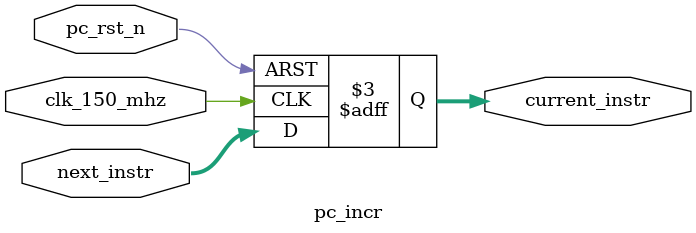
<source format=v>
`timescale 1ns / 1ps

module pc_incr#(
    parameter pc_width = 32  // Width of the program counter
)(
    input wire [pc_width-1:0] next_instr, // Next instruction address
    input wire clk_150_mhz,               // 150 MHz clock signal
    input wire pc_rst_n,                  // Active-low reset signal
    output reg [pc_width-1:0] current_instr // Current instruction address
);

// Update current instruction on the rising edge of the clock or reset on the falling edge of reset
always @(posedge clk_150_mhz or negedge pc_rst_n)
begin
    if (!pc_rst_n) // Reset condition (active-low)
    begin
        current_instr <= 32'd0; // Reset the current instruction to address 0
    end
    else // Normal operation
    begin
        current_instr <= next_instr; // Update current instruction with the next instruction address
    end
end

endmodule

</source>
